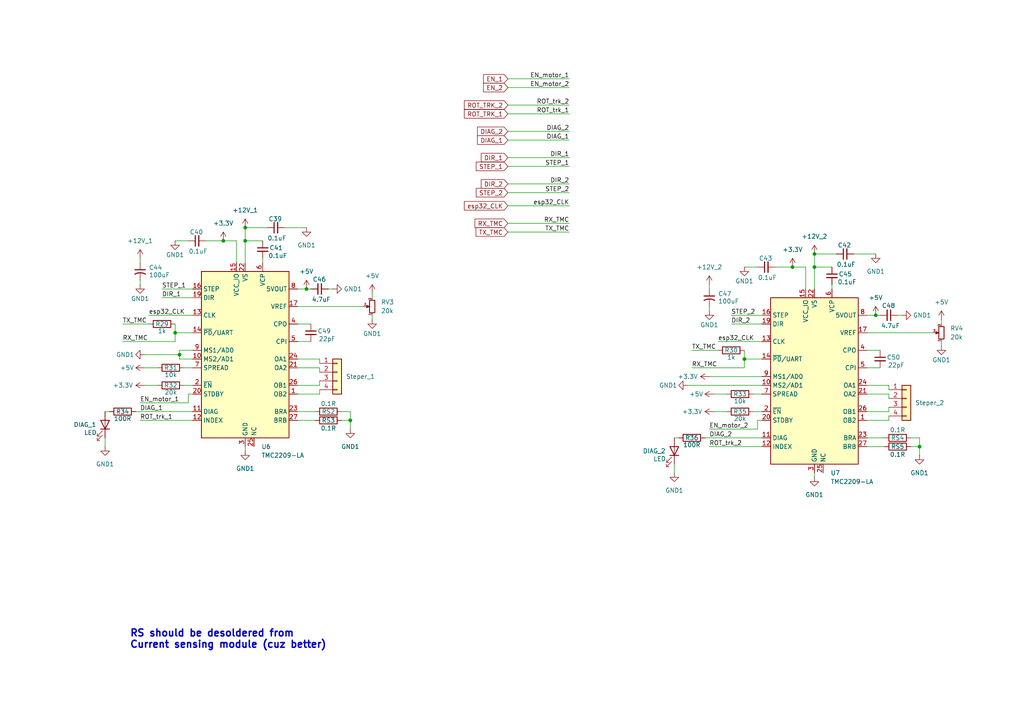
<source format=kicad_sch>
(kicad_sch (version 20250114) (generator "eeschema") (generator_version "9.0")
  (paper "A4")
  (lib_symbols
    (symbol "Device:C_Small" (pin_numbers (hide yes)) (pin_names (offset 0.254) (hide yes))
      (property "Reference" "C" (at 0.254 1.778 0))
      (property "Value" "C_Small" (at 0.254 -2.032 0))
      (symbol "C_Small_0_1"
        (polyline (pts (xy -1.524 0.508) (xy 1.524 0.508)) (stroke (width 0.3048)))
        (polyline (pts (xy -1.524 -0.508) (xy 1.524 -0.508)) (stroke (width 0.3302)))
      )
      (symbol "C_Small_1_1"
        (pin passive line (at 0 2.54 270) (length 2.032) (name "~") (number "1"))
        (pin passive line (at 0 -2.54 90) (length 2.032) (name "~") (number "2"))
      )
    )
    (symbol "Device:C_Small_US" (pin_numbers (hide yes)) (pin_names (offset 0.254) (hide yes))
      (property "Reference" "C" (at 0.254 1.778 0))
      (property "Value" "C_Small_US" (at 0.254 -2.032 0))
      (symbol "C_Small_US_0_1"
        (polyline (pts (xy -1.524 0.508) (xy 1.524 0.508)) (stroke (width 0.3048)))
        (arc (start -1.524 -0.762) (mid 0 -0.3734) (end 1.524 -0.762) (stroke (width 0.3048)))
      )
      (symbol "C_Small_US_1_1"
        (pin passive line (at 0 2.54 270) (length 2.032) (name "~") (number "1"))
        (pin passive line (at 0 -2.54 90) (length 2.032) (name "~") (number "2"))
      )
    )
    (symbol "Device:LED" (pin_numbers (hide yes)) (pin_names (offset 1.016) (hide yes))
      (property "Reference" "D" (at 0 2.54 0))
      (property "Value" "LED" (at 0 -2.54 0))
      (symbol "LED_0_1"
        (polyline (pts (xy -3.048 -0.762) (xy -4.572 -2.286) (xy -3.81 -2.286) (xy -4.572 -2.286) (xy -4.572 -1.524)))
        (polyline (pts (xy -1.778 -0.762) (xy -3.302 -2.286) (xy -2.54 -2.286) (xy -3.302 -2.286) (xy -3.302 -1.524)))
        (polyline (pts (xy -1.27 0) (xy 1.27 0)))
        (polyline (pts (xy -1.27 -1.27) (xy -1.27 1.27)) (stroke (width 0.254)))
        (polyline (pts (xy 1.27 -1.27) (xy 1.27 1.27) (xy -1.27 0) (xy 1.27 -1.27)) (stroke (width 0.254)))
      )
      (symbol "LED_1_1"
        (pin passive line (at -3.81 0 0) (length 2.54) (name "K") (number "1"))
        (pin passive line (at 3.81 0 180) (length 2.54) (name "A") (number "2"))
      )
    )
    (symbol "Device:R" (pin_numbers (hide yes)) (pin_names (offset 0))
      (property "Reference" "R" (at 2.032 0 90))
      (property "Value" "R" (at 0 0 90))
      (symbol "R_0_1"
        (rectangle (start -1.016 -2.54) (end 1.016 2.54) (stroke (width 0.254)))
      )
      (symbol "R_1_1"
        (pin passive line (at 0 3.81 270) (length 1.27) (name "~") (number "1"))
        (pin passive line (at 0 -3.81 90) (length 1.27) (name "~") (number "2"))
      )
    )
    (symbol "Device:R_Potentiometer_Small" (pin_names (offset 1.016) (hide yes))
      (property "Reference" "RV" (at -4.445 0 90))
      (property "Value" "R_Potentiometer_Small" (at -2.54 0 90))
      (symbol "R_Potentiometer_Small_0_1"
        (rectangle (start 0.762 1.8034) (end -0.762 -1.8034) (stroke (width 0.254)))
        (polyline (pts (xy 0.889 0) (xy 0.635 0) (xy 1.651 0.381) (xy 1.651 -0.381) (xy 0.635 0) (xy 0.889 0)) (fill (type outline)))
      )
      (symbol "R_Potentiometer_Small_1_1"
        (pin passive line (at 0 2.54 270) (length 0.635) (name "1") (number "1"))
        (pin passive line (at 0 -2.54 90) (length 0.635) (name "3") (number "3"))
        (pin passive line (at 2.54 0 180) (length 0.9906) (name "2") (number "2"))
      )
    )
    (symbol "Driver_Motor:TMC2209-LA"
      (property "Reference" "U" (at -11.684 26.924 0))
      (property "Value" "TMC2209-LA" (at 13.208 26.924 0))
      (symbol "TMC2209-LA_0_1"
        (rectangle (start -12.7 25.4) (end 12.7 -22.86) (stroke (width 0.254)) (fill (type background)))
      )
      (symbol "TMC2209-LA_1_1"
        (pin input line (at -15.24 20.32 0) (length 2.54) (name "STEP") (number "16"))
        (pin input line (at -15.24 17.78 0) (length 2.54) (name "DIR") (number "19"))
        (pin input line (at -15.24 12.7 0) (length 2.54) (name "CLK") (number "13"))
        (pin bidirectional line (at -15.24 7.62 0) (length 2.54) (name "~{PD}/UART") (number "14"))
        (pin input line (at -15.24 2.54 0) (length 2.54) (name "MS1/AD0") (number "9"))
        (pin input line (at -15.24 0 0) (length 2.54) (name "MS2/AD1") (number "10"))
        (pin input line (at -15.24 -2.54 0) (length 2.54) (name "SPREAD") (number "7"))
        (pin input line (at -15.24 -7.62 0) (length 2.54) (name "~{EN}") (number "2"))
        (pin input line (at -15.24 -10.16 0) (length 2.54) (name "STDBY") (number "20"))
        (pin output line (at -15.24 -15.24 0) (length 2.54) (name "DIAG") (number "11"))
        (pin output line (at -15.24 -17.78 0) (length 2.54) (name "INDEX") (number "12"))
        (pin power_in line (at -2.54 27.94 270) (length 2.54) (name "VCC_IO") (number "15"))
        (pin power_in line (at 0 27.94 270) (length 2.54) (name "VS") (number "22"))
        (pin passive line (at 0 27.94 270) (length 2.54) (hide yes) (name "VS") (number "28"))
        (pin passive line (at 0 -25.4 90) (length 2.54) (hide yes) (name "GND") (number "18"))
        (pin passive line (at 0 -25.4 90) (length 2.54) (hide yes) (name "GND") (number "29"))
        (pin power_in line (at 0 -25.4 90) (length 2.54) (name "GND") (number "3"))
        (pin passive line (at 2.54 -25.4 90) (length 2.54) (name "NC") (number "25"))
        (pin output line (at 5.08 27.94 270) (length 2.54) (name "VCP") (number "6"))
        (pin power_out line (at 15.24 20.32 180) (length 2.54) (name "5VOUT") (number "8"))
        (pin passive line (at 15.24 15.24 180) (length 2.54) (name "VREF") (number "17"))
        (pin input line (at 15.24 10.16 180) (length 2.54) (name "CPO") (number "4"))
        (pin input line (at 15.24 5.08 180) (length 2.54) (name "CPI") (number "5"))
        (pin output line (at 15.24 0 180) (length 2.54) (name "OA1") (number "24"))
        (pin output line (at 15.24 -2.54 180) (length 2.54) (name "OA2") (number "21"))
        (pin output line (at 15.24 -7.62 180) (length 2.54) (name "OB1") (number "26"))
        (pin output line (at 15.24 -10.16 180) (length 2.54) (name "OB2") (number "1"))
        (pin input line (at 15.24 -15.24 180) (length 2.54) (name "BRA") (number "23"))
        (pin input line (at 15.24 -17.78 180) (length 2.54) (name "BRB") (number "27"))
      )
    )
    (symbol "PCM_4ms_Connector:Conn_01x04" (pin_names (offset 1.016) (hide yes))
      (property "Reference" "J" (at 0 5.08 0))
      (property "Value" "Conn_01x04" (at 0 -7.62 0))
      (symbol "Conn_01x04_1_1"
        (rectangle (start -1.27 3.81) (end 1.27 -6.35) (stroke (width 0.254)) (fill (type background)))
        (rectangle (start -1.27 2.667) (end 0 2.413) (stroke (width 0.1524)))
        (rectangle (start -1.27 0.127) (end 0 -0.127) (stroke (width 0.1524)))
        (rectangle (start -1.27 -2.413) (end 0 -2.667) (stroke (width 0.1524)))
        (rectangle (start -1.27 -4.953) (end 0 -5.207) (stroke (width 0.1524)))
        (pin passive line (at -5.08 2.54 0) (length 3.81) (name "Pin_1") (number "1"))
        (pin passive line (at -5.08 0 0) (length 3.81) (name "Pin_2") (number "2"))
        (pin passive line (at -5.08 -2.54 0) (length 3.81) (name "Pin_3") (number "3"))
        (pin passive line (at -5.08 -5.08 0) (length 3.81) (name "Pin_4") (number "4"))
      )
    )
    (symbol "power:+12V" (power) (pin_numbers (hide yes)) (pin_names (offset 0) (hide yes))
      (property "Value" "+12V" (at 0 3.556 0))
      (symbol "+12V_0_1"
        (polyline (pts (xy -0.762 1.27) (xy 0 2.54)))
        (polyline (pts (xy 0 2.54) (xy 0.762 1.27)))
        (polyline (pts (xy 0 0) (xy 0 2.54)))
      )
      (symbol "+12V_1_1"
        (pin power_in line (at 0 0 90) (length 0) (name "~") (number "1"))
      )
    )
    (symbol "power:+3.3V" (power) (pin_numbers (hide yes)) (pin_names (offset 0) (hide yes))
      (property "Value" "+3.3V" (at 0 3.556 0))
      (symbol "+3.3V_0_1"
        (polyline (pts (xy -0.762 1.27) (xy 0 2.54)))
        (polyline (pts (xy 0 2.54) (xy 0.762 1.27)))
        (polyline (pts (xy 0 0) (xy 0 2.54)))
      )
      (symbol "+3.3V_1_1"
        (pin power_in line (at 0 0 90) (length 0) (name "~") (number "1"))
      )
    )
    (symbol "power:+5V" (power) (pin_numbers (hide yes)) (pin_names (offset 0) (hide yes))
      (property "Value" "+5V" (at 0 3.556 0))
      (symbol "+5V_0_1"
        (polyline (pts (xy -0.762 1.27) (xy 0 2.54)))
        (polyline (pts (xy 0 2.54) (xy 0.762 1.27)))
        (polyline (pts (xy 0 0) (xy 0 2.54)))
      )
      (symbol "+5V_1_1"
        (pin power_in line (at 0 0 90) (length 0) (name "~") (number "1"))
      )
    )
    (symbol "power:GND" (power) (pin_numbers (hide yes)) (pin_names (offset 0) (hide yes))
      (property "Value" "GND" (at 0 -3.81 0))
      (symbol "GND_0_1"
        (polyline (pts (xy 0 0) (xy 0 -1.27) (xy 1.27 -1.27) (xy 0 -2.54) (xy -1.27 -1.27) (xy 0 -1.27)))
      )
      (symbol "GND_1_1"
        (pin power_in line (at 0 0 270) (length 0) (name "~") (number "1"))
      )
    )
  )
  (text "RS should be desoldered from \nCurrent sensing module (cuz better)" (at 37.592 185.42 0) (effects (font (size 2.032 2.032) (thickness 0.4064) (bold yes)) (justify left)))
  (junction (at 101.6 121.92))
  (junction (at 52.07 102.87))
  (junction (at 254 91.44))
  (junction (at 236.22 73.66))
  (junction (at 71.12 69.85))
  (junction (at 266.7 129.54))
  (junction (at 236.22 77.47))
  (junction (at 64.77 69.85))
  (junction (at 229.87 77.47))
  (junction (at 50.8 96.52))
  (junction (at 215.9 104.14))
  (junction (at 88.9 83.82))
  (junction (at 71.12 66.04))
  (wire (pts (xy 266.7 127) (xy 266.7 129.54)))
  (wire (pts (xy 43.18 93.98) (xy 35.56 93.98)))
  (wire (pts (xy 251.46 96.52) (xy 270.51 96.52)))
  (wire (pts (xy 92.71 111.76) (xy 92.71 110.49)))
  (wire (pts (xy 208.28 101.6) (xy 200.66 101.6)))
  (wire (pts (xy 207.01 114.3) (xy 210.82 114.3)))
  (wire (pts (xy 101.6 124.46) (xy 101.6 121.92)))
  (wire (pts (xy 41.91 111.76) (xy 45.72 111.76)))
  (wire (pts (xy 212.09 91.44) (xy 220.98 91.44)))
  (wire (pts (xy 86.36 83.82) (xy 88.9 83.82)))
  (wire (pts (xy 59.69 69.85) (xy 64.77 69.85)))
  (wire (pts (xy 147.32 38.1) (xy 165.1 38.1)))
  (wire (pts (xy 200.66 106.68) (xy 215.9 106.68)))
  (wire (pts (xy 236.22 77.47) (xy 241.3 77.47)))
  (wire (pts (xy 68.58 69.85) (xy 68.58 76.2)))
  (wire (pts (xy 251.46 106.68) (xy 255.27 106.68)))
  (wire (pts (xy 92.71 106.68) (xy 86.36 106.68)))
  (wire (pts (xy 218.44 114.3) (xy 220.98 114.3)))
  (wire (pts (xy 30.48 127) (xy 30.48 129.54)))
  (wire (pts (xy 273.05 99.06) (xy 273.05 100.33)))
  (wire (pts (xy 207.01 119.38) (xy 210.82 119.38)))
  (wire (pts (xy 147.32 55.88) (xy 165.1 55.88)))
  (wire (pts (xy 218.44 119.38) (xy 220.98 119.38)))
  (wire (pts (xy 64.77 69.85) (xy 68.58 69.85)))
  (wire (pts (xy 99.06 119.38) (xy 101.6 119.38)))
  (wire (pts (xy 254 91.44) (xy 255.27 91.44)))
  (wire (pts (xy 147.32 64.77) (xy 165.1 64.77)))
  (wire (pts (xy 50.8 93.98) (xy 50.8 96.52)))
  (wire (pts (xy 257.81 121.92) (xy 251.46 121.92)))
  (wire (pts (xy 92.71 111.76) (xy 86.36 111.76)))
  (wire (pts (xy 86.36 121.92) (xy 91.44 121.92)))
  (wire (pts (xy 215.9 101.6) (xy 215.9 104.14)))
  (wire (pts (xy 205.74 109.22) (xy 220.98 109.22)))
  (wire (pts (xy 92.71 104.14) (xy 86.36 104.14)))
  (wire (pts (xy 205.74 82.55) (xy 205.74 83.82)))
  (wire (pts (xy 195.58 127) (xy 196.85 127)))
  (wire (pts (xy 88.9 83.82) (xy 90.17 83.82)))
  (wire (pts (xy 53.34 106.68) (xy 55.88 106.68)))
  (wire (pts (xy 257.81 114.3) (xy 257.81 115.57)))
  (wire (pts (xy 208.28 99.06) (xy 220.98 99.06)))
  (wire (pts (xy 273.05 92.71) (xy 273.05 93.98)))
  (wire (pts (xy 195.58 134.62) (xy 195.58 137.16)))
  (wire (pts (xy 260.35 91.44) (xy 261.62 91.44)))
  (wire (pts (xy 257.81 111.76) (xy 257.81 113.03)))
  (wire (pts (xy 86.36 99.06) (xy 90.17 99.06)))
  (wire (pts (xy 71.12 69.85) (xy 71.12 76.2)))
  (wire (pts (xy 219.71 77.47) (xy 215.9 77.47)))
  (wire (pts (xy 236.22 73.66) (xy 236.22 77.47)))
  (wire (pts (xy 54.61 114.3) (xy 55.88 114.3)))
  (wire (pts (xy 147.32 30.48) (xy 165.1 30.48)))
  (wire (pts (xy 219.71 124.46) (xy 219.71 121.92)))
  (wire (pts (xy 165.1 59.69) (xy 147.32 59.69)))
  (wire (pts (xy 266.7 129.54) (xy 264.16 129.54)))
  (wire (pts (xy 147.32 33.02) (xy 165.1 33.02)))
  (wire (pts (xy 251.46 129.54) (xy 256.54 129.54)))
  (wire (pts (xy 266.7 132.08) (xy 266.7 129.54)))
  (wire (pts (xy 92.71 114.3) (xy 92.71 113.03)))
  (wire (pts (xy 52.07 104.14) (xy 52.07 102.87)))
  (wire (pts (xy 40.64 121.92) (xy 55.88 121.92)))
  (wire (pts (xy 39.37 119.38) (xy 55.88 119.38)))
  (wire (pts (xy 147.32 45.72) (xy 165.1 45.72)))
  (wire (pts (xy 147.32 22.86) (xy 165.1 22.86)))
  (wire (pts (xy 86.36 119.38) (xy 91.44 119.38)))
  (wire (pts (xy 251.46 101.6) (xy 255.27 101.6)))
  (wire (pts (xy 46.99 86.36) (xy 55.88 86.36)))
  (wire (pts (xy 43.18 91.44) (xy 55.88 91.44)))
  (wire (pts (xy 147.32 25.4) (xy 165.1 25.4)))
  (wire (pts (xy 95.25 83.82) (xy 96.52 83.82)))
  (wire (pts (xy 247.65 73.66) (xy 254 73.66)))
  (wire (pts (xy 224.79 77.47) (xy 229.87 77.47)))
  (wire (pts (xy 86.36 93.98) (xy 90.17 93.98)))
  (wire (pts (xy 71.12 66.04) (xy 77.47 66.04)))
  (wire (pts (xy 251.46 127) (xy 256.54 127)))
  (wire (pts (xy 219.71 121.92) (xy 220.98 121.92)))
  (wire (pts (xy 54.61 69.85) (xy 50.8 69.85)))
  (wire (pts (xy 215.9 104.14) (xy 220.98 104.14)))
  (wire (pts (xy 40.64 74.93) (xy 40.64 76.2)))
  (wire (pts (xy 147.32 53.34) (xy 165.1 53.34)))
  (wire (pts (xy 257.81 119.38) (xy 251.46 119.38)))
  (wire (pts (xy 147.32 40.64) (xy 165.1 40.64)))
  (wire (pts (xy 101.6 119.38) (xy 101.6 121.92)))
  (wire (pts (xy 236.22 77.47) (xy 236.22 83.82)))
  (wire (pts (xy 71.12 66.04) (xy 71.12 69.85)))
  (wire (pts (xy 205.74 90.17) (xy 205.74 88.9)))
  (wire (pts (xy 92.71 114.3) (xy 86.36 114.3)))
  (wire (pts (xy 205.74 129.54) (xy 220.98 129.54)))
  (wire (pts (xy 257.81 119.38) (xy 257.81 118.11)))
  (wire (pts (xy 46.99 83.82) (xy 55.88 83.82)))
  (wire (pts (xy 76.2 74.93) (xy 76.2 76.2)))
  (wire (pts (xy 41.91 106.68) (xy 45.72 106.68)))
  (wire (pts (xy 53.34 111.76) (xy 55.88 111.76)))
  (wire (pts (xy 52.07 101.6) (xy 55.88 101.6)))
  (wire (pts (xy 241.3 82.55) (xy 241.3 83.82)))
  (wire (pts (xy 205.74 124.46) (xy 219.71 124.46)))
  (wire (pts (xy 251.46 91.44) (xy 254 91.44)))
  (wire (pts (xy 86.36 88.9) (xy 105.41 88.9)))
  (wire (pts (xy 50.8 99.06) (xy 50.8 96.52)))
  (wire (pts (xy 236.22 137.16) (xy 236.22 138.43)))
  (wire (pts (xy 236.22 73.66) (xy 242.57 73.66)))
  (wire (pts (xy 264.16 127) (xy 266.7 127)))
  (wire (pts (xy 257.81 121.92) (xy 257.81 120.65)))
  (wire (pts (xy 107.95 91.44) (xy 107.95 92.71)))
  (wire (pts (xy 257.81 114.3) (xy 251.46 114.3)))
  (wire (pts (xy 147.32 67.31) (xy 165.1 67.31)))
  (wire (pts (xy 54.61 116.84) (xy 54.61 114.3)))
  (wire (pts (xy 52.07 102.87) (xy 52.07 101.6)))
  (wire (pts (xy 30.48 119.38) (xy 31.75 119.38)))
  (wire (pts (xy 257.81 111.76) (xy 251.46 111.76)))
  (wire (pts (xy 41.91 102.87) (xy 52.07 102.87)))
  (wire (pts (xy 199.39 111.76) (xy 220.98 111.76)))
  (wire (pts (xy 82.55 66.04) (xy 88.9 66.04)))
  (wire (pts (xy 55.88 104.14) (xy 52.07 104.14)))
  (wire (pts (xy 40.64 82.55) (xy 40.64 81.28)))
  (wire (pts (xy 229.87 77.47) (xy 233.68 77.47)))
  (wire (pts (xy 212.09 93.98) (xy 220.98 93.98)))
  (wire (pts (xy 92.71 106.68) (xy 92.71 107.95)))
  (wire (pts (xy 215.9 106.68) (xy 215.9 104.14)))
  (wire (pts (xy 147.32 48.26) (xy 165.1 48.26)))
  (wire (pts (xy 50.8 96.52) (xy 55.88 96.52)))
  (wire (pts (xy 233.68 77.47) (xy 233.68 83.82)))
  (wire (pts (xy 92.71 104.14) (xy 92.71 105.41)))
  (wire (pts (xy 107.95 85.09) (xy 107.95 86.36)))
  (wire (pts (xy 101.6 121.92) (xy 99.06 121.92)))
  (wire (pts (xy 35.56 99.06) (xy 50.8 99.06)))
  (wire (pts (xy 40.64 116.84) (xy 54.61 116.84)))
  (wire (pts (xy 71.12 129.54) (xy 71.12 130.81)))
  (wire (pts (xy 71.12 69.85) (xy 76.2 69.85)))
  (wire (pts (xy 204.47 127) (xy 220.98 127)))
  (label "DIAG_2" (at 165.1 38.1 180))
  (label "ROT_trk_1" (at 40.64 121.92 0))
  (label "DIAG_1" (at 40.64 119.38 0))
  (label "DIR_2" (at 212.09 93.98 0))
  (label "RX_TMC" (at 35.56 99.06 0))
  (label "DIR_2" (at 165.1 53.34 180))
  (label "esp32_CLK" (at 165.1 59.69 180))
  (label "TX_TMC" (at 35.56 93.98 0))
  (label "TX_TMC" (at 165.1 67.31 180))
  (label "ROT_trk_1" (at 165.1 33.02 180))
  (label "DIR_1" (at 46.99 86.36 0))
  (label "DIAG_2" (at 205.74 127 0))
  (label "RX_TMC" (at 165.1 64.77 180))
  (label "STEP_2" (at 165.1 55.88 180))
  (label "DIR_1" (at 165.1 45.72 180))
  (label "STEP_2" (at 212.09 91.44 0))
  (label "ROT_trk_2" (at 205.74 129.54 0))
  (label "esp32_CLK" (at 208.28 99.06 0))
  (label "ROT_trk_2" (at 165.1 30.48 180))
  (label "RX_TMC" (at 200.66 106.68 0))
  (label "esp32_CLK" (at 43.18 91.44 0))
  (label "EN_motor_2" (at 205.74 124.46 0))
  (label "EN_motor_2" (at 165.1 25.4 180))
  (label "TX_TMC" (at 200.66 101.6 0))
  (label "EN_motor_1" (at 40.64 116.84 0))
  (label "STEP_1" (at 165.1 48.26 180))
  (label "EN_motor_1" (at 165.1 22.86 180))
  (label "STEP_1" (at 46.99 83.82 0))
  (label "DIAG_1" (at 165.1 40.64 180))
  (global_label "DIAG_2" (shape input) (at 147.32 38.1 180) (property "Intersheetrefs" "${INTERSHEET_REFS}" (effects (hide yes))))
  (global_label "ROT_TRK_2" (shape input) (at 147.32 30.48 180) (property "Intersheetrefs" "${INTERSHEET_REFS}" (effects (hide yes))))
  (global_label "EN_2" (shape input) (at 147.32 25.4 180) (property "Intersheetrefs" "${INTERSHEET_REFS}" (effects (hide yes))))
  (global_label "RX_TMC" (shape input) (at 147.32 64.77 180) (property "Intersheetrefs" "${INTERSHEET_REFS}" (effects (hide yes))))
  (global_label "DIR_2" (shape input) (at 147.32 53.34 180) (property "Intersheetrefs" "${INTERSHEET_REFS}" (effects (hide yes))))
  (global_label "ROT_TRK_1" (shape input) (at 147.32 33.02 180) (property "Intersheetrefs" "${INTERSHEET_REFS}" (effects (hide yes))))
  (global_label "STEP_2" (shape input) (at 147.32 55.88 180) (property "Intersheetrefs" "${INTERSHEET_REFS}" (effects (hide yes))))
  (global_label "DIR_1" (shape input) (at 147.32 45.72 180) (property "Intersheetrefs" "${INTERSHEET_REFS}" (effects (hide yes))))
  (global_label "STEP_1" (shape input) (at 147.32 48.26 180) (property "Intersheetrefs" "${INTERSHEET_REFS}" (effects (hide yes))))
  (global_label "esp32_CLK" (shape input) (at 147.32 59.69 180) (property "Intersheetrefs" "${INTERSHEET_REFS}" (effects (hide yes))))
  (global_label "EN_1" (shape input) (at 147.32 22.86 180) (property "Intersheetrefs" "${INTERSHEET_REFS}" (effects (hide yes))))
  (global_label "DIAG_1" (shape input) (at 147.32 40.64 180) (property "Intersheetrefs" "${INTERSHEET_REFS}" (effects (hide yes))))
  (global_label "TX_TMC" (shape input) (at 147.32 67.31 180) (property "Intersheetrefs" "${INTERSHEET_REFS}" (effects (hide yes))))
  (symbol (lib_id "power:+5V") (at 254 91.44 0) (unit 1)
    (property "Reference" "#PWR0106" (effects (hide yes)))
    (property "Value" "+5V" (at 254 86.36 0))
    (property "Description" "Power symbol creates a global label with name \"+5V\"" (effects (hide yes)))
  )
  (symbol (lib_id "Device:R") (at 212.09 101.6 90) (unit 1)
    (property "Reference" "R30" (at 212.09 101.6 90))
    (property "Value" "1k" (at 212.09 103.632 90))
    (property "Footprint" "PCM_4ms_Resistor:R_0603" (effects (hide yes)))
    (property "Description" "Resistor" (effects (hide yes)))
  )
  (symbol (lib_id "power:+5V") (at 41.91 106.68 90) (unit 1)
    (property "Reference" "#PWR0112" (effects (hide yes)))
    (property "Value" "+5V" (at 36.83 106.68 90))
    (property "Description" "Power symbol creates a global label with name \"+5V\"" (effects (hide yes)))
  )
  (symbol (lib_id "power:GND") (at 195.58 137.16 0) (unit 1)
    (property "Reference" "#PWR0122" (effects (hide yes)))
    (property "Value" "GND1" (at 195.58 142.24 0))
    (property "Description" "Power symbol creates a global label with name \"GND\" , ground" (effects (hide yes)))
  )
  (symbol (lib_id "power:+12V") (at 236.22 73.66 0) (unit 1)
    (property "Reference" "#PWR095" (effects (hide yes)))
    (property "Value" "+12V_2" (at 236.22 68.58 0))
    (property "Description" "Power symbol creates a global label with name \"+12V\"" (effects (hide yes)))
  )
  (symbol (lib_id "Device:C_Small") (at 76.2 72.39 0) (mirror y) (unit 1)
    (property "Reference" "C41" (at 82.042 71.882 0) (effects (justify left)))
    (property "Value" "0.1uF" (at 83.312 74.168 0) (effects (justify left)))
    (property "Footprint" "PCM_4ms_Capacitor:C_0603" (effects (hide yes)))
    (property "Description" "Unpolarized capacitor, small symbol" (effects (hide yes)))
  )
  (symbol (lib_id "power:+3.3V") (at 64.77 69.85 0) (unit 1)
    (property "Reference" "#PWR094" (effects (hide yes)))
    (property "Value" "+3.3V" (at 64.77 64.77 0))
    (property "Description" "Power symbol creates a global label with name \"+3.3V\"" (effects (hide yes)))
  )
  (symbol (lib_id "Device:R") (at 49.53 111.76 90) (unit 1)
    (property "Reference" "R32" (at 49.53 111.76 90))
    (property "Value" "20k" (at 49.53 113.792 90))
    (property "Footprint" "PCM_4ms_Resistor:R_0603" (effects (hide yes)))
    (property "Description" "Resistor" (effects (hide yes)))
  )
  (symbol (lib_id "Device:C_Small") (at 222.25 77.47 90) (unit 1)
    (property "Reference" "C43" (at 224.028 74.93 90) (effects (justify left)))
    (property "Value" "0.1uF" (at 225.298 80.518 90) (effects (justify left)))
    (property "Footprint" "PCM_4ms_Capacitor:C_0603" (effects (hide yes)))
    (property "Description" "Unpolarized capacitor, small symbol" (effects (hide yes)))
  )
  (symbol (lib_id "power:+5V") (at 88.9 83.82 0) (unit 1)
    (property "Reference" "#PWR0102" (effects (hide yes)))
    (property "Value" "+5V" (at 88.9 78.74 0))
    (property "Description" "Power symbol creates a global label with name \"+5V\"" (effects (hide yes)))
  )
  (symbol (lib_id "power:+3.3V") (at 41.91 111.76 90) (unit 1)
    (property "Reference" "#PWR0114" (effects (hide yes)))
    (property "Value" "+3.3V" (at 38.608 111.76 90) (effects (justify left)))
    (property "Description" "Power symbol creates a global label with name \"+3.3V\"" (effects (hide yes)))
  )
  (symbol (lib_id "power:GND") (at 215.9 77.47 0) (unit 1)
    (property "Reference" "#PWR098" (effects (hide yes)))
    (property "Value" "GND1" (at 215.9 81.534 0))
    (property "Description" "Power symbol creates a global label with name \"GND\" , ground" (effects (hide yes)))
  )
  (symbol (lib_id "Device:C_Small") (at 255.27 104.14 0) (mirror y) (unit 1)
    (property "Reference" "C50" (at 261.112 103.632 0) (effects (justify left)))
    (property "Value" "22pF" (at 262.382 105.918 0) (effects (justify left)))
    (property "Footprint" "PCM_4ms_Capacitor:C_0603" (effects (hide yes)))
    (property "Description" "Unpolarized capacitor, small symbol" (effects (hide yes)))
  )
  (symbol (lib_id "power:GND") (at 101.6 124.46 0) (unit 1)
    (property "Reference" "#PWR0118" (effects (hide yes)))
    (property "Value" "GND1" (at 101.6 129.54 0))
    (property "Description" "Power symbol creates a global label with name \"GND\" , ground" (effects (hide yes)))
  )
  (symbol (lib_id "Device:R_Potentiometer_Small") (at 273.05 96.52 180) (unit 1)
    (property "Reference" "RV4" (at 275.59 95.2499 0) (effects (justify right)))
    (property "Value" "20k" (at 275.59 97.7899 0) (effects (justify right)))
    (property "Footprint" "Potentiometer_SMD:Potentiometer_Bourns_TC33X_Vertical" (effects (hide yes)))
    (property "Description" "Potentiometer" (effects (hide yes)))
  )
  (symbol (lib_id "Device:R") (at 95.25 121.92 90) (unit 1)
    (property "Reference" "RS3" (at 95.25 121.92 90))
    (property "Value" "0.1R" (at 95.25 124.206 90))
    (property "Footprint" "PCM_4ms_Resistor:R_1206_3216Metric" (effects (hide yes)))
    (property "Description" "Resistor" (effects (hide yes)))
  )
  (symbol (lib_id "Device:C_Small") (at 57.15 69.85 90) (unit 1)
    (property "Reference" "C40" (at 58.928 67.31 90) (effects (justify left)))
    (property "Value" "0.1uF" (at 60.198 72.898 90) (effects (justify left)))
    (property "Footprint" "PCM_4ms_Capacitor:C_0603" (effects (hide yes)))
    (property "Description" "Unpolarized capacitor, small symbol" (effects (hide yes)))
  )
  (symbol (lib_id "power:+12V") (at 205.74 82.55 0) (unit 1)
    (property "Reference" "#PWR0101" (effects (hide yes)))
    (property "Value" "+12V_2" (at 205.74 77.47 0))
    (property "Description" "Power symbol creates a global label with name \"+12V\"" (effects (hide yes)))
  )
  (symbol (lib_id "power:GND") (at 71.12 130.81 0) (unit 1)
    (property "Reference" "#PWR0120" (effects (hide yes)))
    (property "Value" "GND1" (at 71.12 135.89 0))
    (property "Description" "Power symbol creates a global label with name \"GND\" , ground" (effects (hide yes)))
  )
  (symbol (lib_id "power:+12V") (at 40.64 74.93 0) (unit 1)
    (property "Reference" "#PWR097" (effects (hide yes)))
    (property "Value" "+12V_1" (at 40.64 69.85 0))
    (property "Description" "Power symbol creates a global label with name \"+12V\"" (effects (hide yes)))
  )
  (symbol (lib_id "Device:C_Small") (at 80.01 66.04 90) (unit 1)
    (property "Reference" "C39" (at 81.788 63.5 90) (effects (justify left)))
    (property "Value" "0.1uF" (at 83.058 69.088 90) (effects (justify left)))
    (property "Footprint" "PCM_4ms_Capacitor:C_0603" (effects (hide yes)))
    (property "Description" "Unpolarized capacitor, small symbol" (effects (hide yes)))
  )
  (symbol (lib_id "Device:C_Small") (at 245.11 73.66 90) (unit 1)
    (property "Reference" "C42" (at 246.888 71.12 90) (effects (justify left)))
    (property "Value" "0.1uF" (at 248.158 76.708 90) (effects (justify left)))
    (property "Footprint" "PCM_4ms_Capacitor:C_0603" (effects (hide yes)))
    (property "Description" "Unpolarized capacitor, small symbol" (effects (hide yes)))
  )
  (symbol (lib_id "power:GND") (at 50.8 69.85 0) (unit 1)
    (property "Reference" "#PWR093" (effects (hide yes)))
    (property "Value" "GND1" (at 50.8 73.914 0))
    (property "Description" "Power symbol creates a global label with name \"GND\" , ground" (effects (hide yes)))
  )
  (symbol (lib_id "Driver_Motor:TMC2209-LA") (at 71.12 104.14 0) (unit 1)
    (property "Reference" "U6" (at 75.8033 129.54 0) (effects (justify left)))
    (property "Value" "TMC2209-LA" (at 75.8033 132.08 0) (effects (justify left)))
    (property "Footprint" "Package_DFN_QFN:VQFN-28-1EP_5x5mm_P0.5mm_EP3.7x3.7mm_ThermalVias" (effects (hide yes)))
    (property "Datasheet" "https://www.analog.com/media/en/technical-documentation/data-sheets/TMC2209_datasheet_rev1.09.pdf" (effects (hide yes)))
    (property "Description" "2-phase stepper motor driver, 256 µSteps, 2.8A peak, 2.0A RMS, VS = 4.75..29V, STEP/DIR and UART interface, VQFN-28" (effects (hide yes)))
  )
  (symbol (lib_id "power:GND") (at 273.05 100.33 0) (unit 1)
    (property "Reference" "#PWR0110" (effects (hide yes)))
    (property "Value" "GND1" (at 273.05 104.394 0))
    (property "Description" "Power symbol creates a global label with name \"GND\" , ground" (effects (hide yes)))
  )
  (symbol (lib_id "power:GND") (at 40.64 82.55 0) (unit 1)
    (property "Reference" "#PWR0100" (effects (hide yes)))
    (property "Value" "GND1" (at 40.64 86.614 0))
    (property "Description" "Power symbol creates a global label with name \"GND\" , ground" (effects (hide yes)))
  )
  (symbol (lib_id "Device:R") (at 95.25 119.38 90) (mirror x) (unit 1)
    (property "Reference" "RS2" (at 95.25 119.38 90))
    (property "Value" "0.1R" (at 95.25 117.094 90))
    (property "Footprint" "PCM_4ms_Resistor:R_1206_3216Metric" (effects (hide yes)))
    (property "Description" "Resistor" (effects (hide yes)))
  )
  (symbol (lib_id "Device:C_Small") (at 90.17 96.52 0) (mirror y) (unit 1)
    (property "Reference" "C49" (at 96.012 96.012 0) (effects (justify left)))
    (property "Value" "22pF" (at 97.282 98.298 0) (effects (justify left)))
    (property "Footprint" "PCM_4ms_Capacitor:C_0603" (effects (hide yes)))
    (property "Description" "Unpolarized capacitor, small symbol" (effects (hide yes)))
  )
  (symbol (lib_id "Device:R") (at 46.99 93.98 90) (unit 1)
    (property "Reference" "R29" (at 46.99 93.98 90))
    (property "Value" "1k" (at 46.99 96.012 90))
    (property "Footprint" "PCM_4ms_Resistor:R_0603" (effects (hide yes)))
    (property "Description" "Resistor" (effects (hide yes)))
  )
  (symbol (lib_id "Device:LED") (at 30.48 123.19 270) (mirror x) (unit 1)
    (property "Reference" "DIAG_1" (at 21.336 123.19 90) (effects (justify left)))
    (property "Value" "LED" (at 24.384 125.476 90) (effects (justify left)))
    (property "Footprint" "PCM_LED_SMD_AKL:LED_0603_1608Metric_Pad1.05x0.95mm" (effects (hide yes)))
    (property "Description" "Light emitting diode" (effects (hide yes)))
    (property "Sim.Pins" "1=K 2=A" (effects (hide yes)))
  )
  (symbol (lib_id "Device:R") (at 35.56 119.38 90) (unit 1)
    (property "Reference" "R34" (at 35.56 119.38 90))
    (property "Value" "100R" (at 35.56 121.412 90))
    (property "Footprint" "PCM_4ms_Resistor:R_0603" (effects (hide yes)))
    (property "Description" "Resistor" (effects (hide yes)))
  )
  (symbol (lib_id "Device:C_Small") (at 241.3 80.01 0) (mirror y) (unit 1)
    (property "Reference" "C45" (at 247.142 79.502 0) (effects (justify left)))
    (property "Value" "0.1uF" (at 248.412 81.788 0) (effects (justify left)))
    (property "Footprint" "PCM_4ms_Capacitor:C_0603" (effects (hide yes)))
    (property "Description" "Unpolarized capacitor, small symbol" (effects (hide yes)))
  )
  (symbol (lib_id "power:+5V") (at 207.01 114.3 90) (unit 1)
    (property "Reference" "#PWR0116" (effects (hide yes)))
    (property "Value" "+5V" (at 201.93 114.3 90))
    (property "Description" "Power symbol creates a global label with name \"+5V\"" (effects (hide yes)))
  )
  (symbol (lib_id "Device:R") (at 260.35 127 90) (mirror x) (unit 1)
    (property "Reference" "RS4" (at 260.35 127 90))
    (property "Value" "0.1R" (at 260.35 124.714 90))
    (property "Footprint" "PCM_4ms_Resistor:R_1206_3216Metric" (effects (hide yes)))
    (property "Description" "Resistor" (effects (hide yes)))
  )
  (symbol (lib_id "power:+3.3V") (at 205.74 109.22 90) (unit 1)
    (property "Reference" "#PWR0113" (effects (hide yes)))
    (property "Value" "+3.3V" (at 202.438 109.22 90) (effects (justify left)))
    (property "Description" "Power symbol creates a global label with name \"+3.3V\"" (effects (hide yes)))
  )
  (symbol (lib_id "power:GND") (at 261.62 91.44 90) (unit 1)
    (property "Reference" "#PWR0107" (effects (hide yes)))
    (property "Value" "GND1" (at 267.462 91.44 90))
    (property "Description" "Power symbol creates a global label with name \"GND\" , ground" (effects (hide yes)))
  )
  (symbol (lib_id "Device:R") (at 214.63 114.3 90) (unit 1)
    (property "Reference" "R33" (at 214.63 114.3 90))
    (property "Value" "10k" (at 214.63 116.332 90))
    (property "Footprint" "PCM_4ms_Resistor:R_0603" (effects (hide yes)))
    (property "Description" "Resistor" (effects (hide yes)))
  )
  (symbol (lib_id "power:GND") (at 205.74 90.17 0) (unit 1)
    (property "Reference" "#PWR0105" (effects (hide yes)))
    (property "Value" "GND1" (at 205.74 94.234 0))
    (property "Description" "Power symbol creates a global label with name \"GND\" , ground" (effects (hide yes)))
  )
  (symbol (lib_id "power:GND") (at 236.22 138.43 0) (unit 1)
    (property "Reference" "#PWR0123" (effects (hide yes)))
    (property "Value" "GND1" (at 236.22 143.51 0))
    (property "Description" "Power symbol creates a global label with name \"GND\" , ground" (effects (hide yes)))
  )
  (symbol (lib_id "Device:R") (at 214.63 119.38 90) (unit 1)
    (property "Reference" "R35" (at 214.63 119.38 90))
    (property "Value" "20k" (at 214.63 121.412 90))
    (property "Footprint" "PCM_4ms_Resistor:R_0603" (effects (hide yes)))
    (property "Description" "Resistor" (effects (hide yes)))
  )
  (symbol (lib_id "power:+5V") (at 107.95 85.09 0) (unit 1)
    (property "Reference" "#PWR0104" (effects (hide yes)))
    (property "Value" "+5V" (at 107.95 80.01 0))
    (property "Description" "Power symbol creates a global label with name \"+5V\"" (effects (hide yes)))
  )
  (symbol (lib_id "power:+3.3V") (at 207.01 119.38 90) (unit 1)
    (property "Reference" "#PWR0117" (effects (hide yes)))
    (property "Value" "+3.3V" (at 203.708 119.38 90) (effects (justify left)))
    (property "Description" "Power symbol creates a global label with name \"+3.3V\"" (effects (hide yes)))
  )
  (symbol (lib_id "power:GND") (at 96.52 83.82 90) (unit 1)
    (property "Reference" "#PWR0103" (effects (hide yes)))
    (property "Value" "GND1" (at 102.362 83.82 90))
    (property "Description" "Power symbol creates a global label with name \"GND\" , ground" (effects (hide yes)))
  )
  (symbol (lib_id "power:GND") (at 107.95 92.71 0) (unit 1)
    (property "Reference" "#PWR0108" (effects (hide yes)))
    (property "Value" "GND1" (at 107.95 96.774 0))
    (property "Description" "Power symbol creates a global label with name \"GND\" , ground" (effects (hide yes)))
  )
  (symbol (lib_id "power:GND") (at 88.9 66.04 0) (unit 1)
    (property "Reference" "#PWR092" (effects (hide yes)))
    (property "Value" "GND1" (at 88.9 71.12 0))
    (property "Description" "Power symbol creates a global label with name \"GND\" , ground" (effects (hide yes)))
  )
  (symbol (lib_id "Device:C_Small_US") (at 40.64 78.74 0) (unit 1)
    (property "Reference" "C44" (at 43.18 77.5969 0) (effects (justify left)))
    (property "Value" "100uF" (at 43.18 79.756 0) (effects (justify left)))
    (property "Footprint" "Capacitor_Tantalum_SMD:CP_EIA-3216-12_Kemet-S_HandSolder" (effects (hide yes)))
    (property "Description" "capacitor, small US symbol" (effects (hide yes)))
  )
  (symbol (lib_id "PCM_4ms_Connector:Conn_01x04") (at 262.89 115.57 0) (unit 1)
    (property "Reference" "Steper_2" (at 265.43 116.8399 0) (effects (justify left)))
    (property "Value" "Conn_01x04" (effects (hide yes)))
    (property "Footprint" "Connector_PinHeader_2.54mm:PinHeader_1x04_P2.54mm_Vertical" (effects (hide yes)))
    (property "Description" "HEADER 1x4 MALE PINS 0.100” 180deg" (effects (hide yes)))
    (property "Specifications" "HEADER 1x4 MALE PINS 0.100” 180deg" (effects (hide yes)))
    (property "Manufacturer" "TAD" (effects (hide yes)))
    (property "Part Number" "1-0401FBV0T" (effects (hide yes)))
  )
  (symbol (lib_id "power:+12V") (at 71.12 66.04 0) (unit 1)
    (property "Reference" "#PWR091" (effects (hide yes)))
    (property "Value" "+12V_1" (at 71.12 60.96 0))
    (property "Description" "Power symbol creates a global label with name \"+12V\"" (effects (hide yes)))
  )
  (symbol (lib_id "Device:R") (at 200.66 127 90) (unit 1)
    (property "Reference" "R36" (at 200.66 127 90))
    (property "Value" "100R" (at 200.66 129.032 90))
    (property "Footprint" "PCM_4ms_Resistor:R_0603" (effects (hide yes)))
    (property "Description" "Resistor" (effects (hide yes)))
  )
  (symbol (lib_id "power:GND") (at 254 73.66 0) (unit 1)
    (property "Reference" "#PWR096" (effects (hide yes)))
    (property "Value" "GND1" (at 254 78.74 0))
    (property "Description" "Power symbol creates a global label with name \"GND\" , ground" (effects (hide yes)))
  )
  (symbol (lib_id "PCM_4ms_Connector:Conn_01x04") (at 97.79 107.95 0) (unit 1)
    (property "Reference" "Steper_1" (at 100.33 109.2199 0) (effects (justify left)))
    (property "Value" "Conn_01x04" (effects (hide yes)))
    (property "Footprint" "Connector_PinHeader_2.54mm:PinHeader_1x04_P2.54mm_Vertical" (effects (hide yes)))
    (property "Description" "HEADER 1x4 MALE PINS 0.100” 180deg" (effects (hide yes)))
    (property "Specifications" "HEADER 1x4 MALE PINS 0.100” 180deg" (effects (hide yes)))
    (property "Manufacturer" "TAD" (effects (hide yes)))
    (property "Part Number" "1-0401FBV0T" (effects (hide yes)))
  )
  (symbol (lib_id "power:+5V") (at 273.05 92.71 0) (unit 1)
    (property "Reference" "#PWR0109" (effects (hide yes)))
    (property "Value" "+5V" (at 273.05 87.63 0))
    (property "Description" "Power symbol creates a global label with name \"+5V\"" (effects (hide yes)))
  )
  (symbol (lib_id "Device:R") (at 49.53 106.68 90) (unit 1)
    (property "Reference" "R31" (at 49.53 106.68 90))
    (property "Value" "10k" (at 49.53 108.712 90))
    (property "Footprint" "PCM_4ms_Resistor:R_0603" (effects (hide yes)))
    (property "Description" "Resistor" (effects (hide yes)))
  )
  (symbol (lib_id "Device:C_Small") (at 92.71 83.82 270) (mirror x) (unit 1)
    (property "Reference" "C46" (at 90.678 81.026 90) (effects (justify left)))
    (property "Value" "4.7uF" (at 90.424 86.868 90) (effects (justify left)))
    (property "Footprint" "PCM_4ms_Capacitor:C_0603" (effects (hide yes)))
    (property "Description" "Unpolarized capacitor, small symbol" (effects (hide yes)))
  )
  (symbol (lib_id "power:GND") (at 41.91 102.87 270) (unit 1)
    (property "Reference" "#PWR0111" (effects (hide yes)))
    (property "Value" "GND1" (at 36.322 102.87 90))
    (property "Description" "Power symbol creates a global label with name \"GND\" , ground" (effects (hide yes)))
  )
  (symbol (lib_id "power:GND") (at 199.39 111.76 270) (unit 1)
    (property "Reference" "#PWR0115" (effects (hide yes)))
    (property "Value" "GND1" (at 193.802 111.76 90))
    (property "Description" "Power symbol creates a global label with name \"GND\" , ground" (effects (hide yes)))
  )
  (symbol (lib_id "Device:C_Small_US") (at 205.74 86.36 0) (unit 1)
    (property "Reference" "C47" (at 208.28 85.2169 0) (effects (justify left)))
    (property "Value" "100uF" (at 208.28 87.376 0) (effects (justify left)))
    (property "Footprint" "Capacitor_Tantalum_SMD:CP_EIA-3216-12_Kemet-S_HandSolder" (effects (hide yes)))
    (property "Description" "capacitor, small US symbol" (effects (hide yes)))
  )
  (symbol (lib_id "power:+3.3V") (at 229.87 77.47 0) (unit 1)
    (property "Reference" "#PWR099" (effects (hide yes)))
    (property "Value" "+3.3V" (at 229.87 72.39 0))
    (property "Description" "Power symbol creates a global label with name \"+3.3V\"" (effects (hide yes)))
  )
  (symbol (lib_id "power:GND") (at 30.48 129.54 0) (unit 1)
    (property "Reference" "#PWR0119" (effects (hide yes)))
    (property "Value" "GND1" (at 30.48 134.62 0))
    (property "Description" "Power symbol creates a global label with name \"GND\" , ground" (effects (hide yes)))
  )
  (symbol (lib_id "power:GND") (at 266.7 132.08 0) (unit 1)
    (property "Reference" "#PWR0121" (effects (hide yes)))
    (property "Value" "GND1" (at 266.7 137.16 0))
    (property "Description" "Power symbol creates a global label with name \"GND\" , ground" (effects (hide yes)))
  )
  (symbol (lib_id "Device:LED") (at 195.58 130.81 270) (mirror x) (unit 1)
    (property "Reference" "DIAG_2" (at 186.436 130.81 90) (effects (justify left)))
    (property "Value" "LED" (at 189.484 133.096 90) (effects (justify left)))
    (property "Footprint" "PCM_LED_SMD_AKL:LED_0603_1608Metric_Pad1.05x0.95mm" (effects (hide yes)))
    (property "Description" "Light emitting diode" (effects (hide yes)))
    (property "Sim.Pins" "1=K 2=A" (effects (hide yes)))
  )
  (symbol (lib_id "Device:C_Small") (at 257.81 91.44 270) (mirror x) (unit 1)
    (property "Reference" "C48" (at 255.778 88.646 90) (effects (justify left)))
    (property "Value" "4.7uF" (at 255.524 94.488 90) (effects (justify left)))
    (property "Footprint" "PCM_4ms_Capacitor:C_0603" (effects (hide yes)))
    (property "Description" "Unpolarized capacitor, small symbol" (effects (hide yes)))
  )
  (symbol (lib_id "Device:R") (at 260.35 129.54 90) (unit 1)
    (property "Reference" "RS5" (at 260.35 129.54 90))
    (property "Value" "0.1R" (at 260.35 131.826 90))
    (property "Footprint" "PCM_4ms_Resistor:R_1206_3216Metric" (effects (hide yes)))
    (property "Description" "Resistor" (effects (hide yes)))
  )
  (symbol (lib_id "Driver_Motor:TMC2209-LA") (at 236.22 111.76 0) (unit 1)
    (property "Reference" "U7" (at 240.9033 137.16 0) (effects (justify left)))
    (property "Value" "TMC2209-LA" (at 240.9033 139.7 0) (effects (justify left)))
    (property "Footprint" "Package_DFN_QFN:VQFN-28-1EP_5x5mm_P0.5mm_EP3.7x3.7mm_ThermalVias" (effects (hide yes)))
    (property "Datasheet" "https://www.analog.com/media/en/technical-documentation/data-sheets/TMC2209_datasheet_rev1.09.pdf" (effects (hide yes)))
    (property "Description" "2-phase stepper motor driver, 256 µSteps, 2.8A peak, 2.0A RMS, VS = 4.75..29V, STEP/DIR and UART interface, VQFN-28" (effects (hide yes)))
  )
  (symbol (lib_id "Device:R_Potentiometer_Small") (at 107.95 88.9 180) (unit 1)
    (property "Reference" "RV3" (at 110.49 87.6299 0) (effects (justify right)))
    (property "Value" "20k" (at 110.49 90.1699 0) (effects (justify right)))
    (property "Footprint" "Potentiometer_SMD:Potentiometer_Bourns_TC33X_Vertical" (effects (hide yes)))
    (property "Description" "Potentiometer" (effects (hide yes)))
  )
)
</source>
